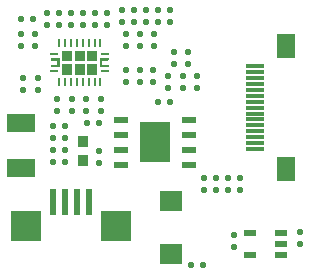
<source format=gbp>
G04*
G04 #@! TF.GenerationSoftware,Altium Limited,Altium Designer,20.0.2 (26)*
G04*
G04 Layer_Color=128*
%FSLAX25Y25*%
%MOIN*%
G70*
G01*
G75*
G04:AMPARAMS|DCode=28|XSize=20mil|YSize=20mil|CornerRadius=5mil|HoleSize=0mil|Usage=FLASHONLY|Rotation=180.000|XOffset=0mil|YOffset=0mil|HoleType=Round|Shape=RoundedRectangle|*
%AMROUNDEDRECTD28*
21,1,0.02000,0.01000,0,0,180.0*
21,1,0.01000,0.02000,0,0,180.0*
1,1,0.01000,-0.00500,0.00500*
1,1,0.01000,0.00500,0.00500*
1,1,0.01000,0.00500,-0.00500*
1,1,0.01000,-0.00500,-0.00500*
%
%ADD28ROUNDEDRECTD28*%
%ADD29R,0.03937X0.02362*%
%ADD30R,0.09843X0.13779*%
%ADD31R,0.04724X0.02362*%
%ADD32R,0.06299X0.07874*%
%ADD33R,0.05906X0.01181*%
G04:AMPARAMS|DCode=34|XSize=9.45mil|YSize=23.62mil|CornerRadius=1.98mil|HoleSize=0mil|Usage=FLASHONLY|Rotation=90.000|XOffset=0mil|YOffset=0mil|HoleType=Round|Shape=RoundedRectangle|*
%AMROUNDEDRECTD34*
21,1,0.00945,0.01965,0,0,90.0*
21,1,0.00548,0.02362,0,0,90.0*
1,1,0.00397,0.00983,0.00274*
1,1,0.00397,0.00983,-0.00274*
1,1,0.00397,-0.00983,-0.00274*
1,1,0.00397,-0.00983,0.00274*
%
%ADD34ROUNDEDRECTD34*%
G04:AMPARAMS|DCode=35|XSize=23.62mil|YSize=9.45mil|CornerRadius=1.98mil|HoleSize=0mil|Usage=FLASHONLY|Rotation=90.000|XOffset=0mil|YOffset=0mil|HoleType=Round|Shape=RoundedRectangle|*
%AMROUNDEDRECTD35*
21,1,0.02362,0.00548,0,0,90.0*
21,1,0.01965,0.00945,0,0,90.0*
1,1,0.00397,0.00274,0.00983*
1,1,0.00397,0.00274,-0.00983*
1,1,0.00397,-0.00274,-0.00983*
1,1,0.00397,-0.00274,0.00983*
%
%ADD35ROUNDEDRECTD35*%
%ADD37R,0.09354X0.06329*%
G04:AMPARAMS|DCode=38|XSize=20mil|YSize=20mil|CornerRadius=5mil|HoleSize=0mil|Usage=FLASHONLY|Rotation=270.000|XOffset=0mil|YOffset=0mil|HoleType=Round|Shape=RoundedRectangle|*
%AMROUNDEDRECTD38*
21,1,0.02000,0.01000,0,0,270.0*
21,1,0.01000,0.02000,0,0,270.0*
1,1,0.01000,-0.00500,-0.00500*
1,1,0.01000,-0.00500,0.00500*
1,1,0.01000,0.00500,0.00500*
1,1,0.01000,0.00500,-0.00500*
%
%ADD38ROUNDEDRECTD38*%
%ADD39R,0.03402X0.03175*%
%ADD40R,0.07559X0.06787*%
%ADD41R,0.02362X0.08661*%
%ADD42R,0.10236X0.10236*%
G36*
X-75760Y87894D02*
X-79106D01*
Y91516D01*
X-75760D01*
Y87894D01*
D02*
G37*
G36*
X-79894D02*
X-83240D01*
Y91516D01*
X-79894D01*
Y87894D01*
D02*
G37*
G36*
X-84028D02*
X-87374D01*
Y91516D01*
X-84028D01*
Y87894D01*
D02*
G37*
G36*
X-72108Y88976D02*
X-72097Y88975D01*
X-72087Y88974D01*
X-72077Y88972D01*
X-72067Y88970D01*
X-72057Y88967D01*
X-72048Y88963D01*
X-72038Y88959D01*
X-72029Y88955D01*
X-72020Y88950D01*
X-72011Y88945D01*
X-72002Y88939D01*
X-71994Y88933D01*
X-71986Y88926D01*
X-71979Y88919D01*
X-71972Y88911D01*
X-71965Y88903D01*
X-71959Y88895D01*
X-71953Y88887D01*
X-71948Y88878D01*
X-71943Y88869D01*
X-71938Y88860D01*
X-71934Y88850D01*
X-71931Y88840D01*
X-71928Y88831D01*
X-71926Y88820D01*
X-71924Y88810D01*
X-71922Y88800D01*
X-71921Y88790D01*
X-71921Y88779D01*
Y88386D01*
X-71921Y88376D01*
X-71922Y88365D01*
X-71924Y88355D01*
X-71926Y88345D01*
X-71928Y88335D01*
X-71931Y88325D01*
X-71934Y88315D01*
X-71938Y88306D01*
X-71943Y88297D01*
X-71948Y88287D01*
X-71953Y88279D01*
X-71959Y88270D01*
X-71965Y88262D01*
X-71972Y88254D01*
X-71979Y88247D01*
X-71986Y88240D01*
X-71994Y88233D01*
X-72002Y88227D01*
X-72011Y88221D01*
X-72020Y88215D01*
X-72029Y88210D01*
X-72038Y88206D01*
X-72048Y88202D01*
X-72057Y88199D01*
X-72067Y88196D01*
X-72077Y88193D01*
X-72087Y88191D01*
X-72097Y88190D01*
X-72108Y88189D01*
X-72118Y88189D01*
X-73988D01*
Y86811D01*
X-72118D01*
X-72108Y86811D01*
X-72097Y86810D01*
X-72087Y86809D01*
X-72077Y86807D01*
X-72067Y86804D01*
X-72057Y86801D01*
X-72048Y86798D01*
X-72038Y86794D01*
X-72029Y86790D01*
X-72020Y86785D01*
X-72011Y86779D01*
X-72002Y86773D01*
X-71994Y86767D01*
X-71986Y86760D01*
X-71979Y86753D01*
X-71972Y86746D01*
X-71965Y86738D01*
X-71959Y86730D01*
X-71953Y86721D01*
X-71948Y86713D01*
X-71943Y86703D01*
X-71938Y86694D01*
X-71934Y86685D01*
X-71931Y86675D01*
X-71928Y86665D01*
X-71926Y86655D01*
X-71924Y86645D01*
X-71922Y86635D01*
X-71921Y86624D01*
X-71921Y86614D01*
Y86221D01*
X-71921Y86210D01*
X-71922Y86200D01*
X-71924Y86190D01*
X-71926Y86180D01*
X-71928Y86169D01*
X-71931Y86160D01*
X-71934Y86150D01*
X-71938Y86140D01*
X-71943Y86131D01*
X-71948Y86122D01*
X-71953Y86113D01*
X-71959Y86105D01*
X-71965Y86097D01*
X-71972Y86089D01*
X-71979Y86081D01*
X-71986Y86074D01*
X-71994Y86067D01*
X-72002Y86061D01*
X-72011Y86055D01*
X-72020Y86050D01*
X-72029Y86045D01*
X-72038Y86041D01*
X-72048Y86037D01*
X-72057Y86033D01*
X-72067Y86030D01*
X-72077Y86028D01*
X-72087Y86026D01*
X-72097Y86025D01*
X-72108Y86024D01*
X-72118Y86024D01*
X-74972D01*
Y88976D01*
X-72118D01*
X-72108Y88976D01*
D02*
G37*
G36*
X-88161Y86024D02*
X-91016D01*
X-91026Y86024D01*
X-91036Y86025D01*
X-91047Y86026D01*
X-91057Y86028D01*
X-91067Y86030D01*
X-91077Y86033D01*
X-91086Y86037D01*
X-91096Y86041D01*
X-91105Y86045D01*
X-91114Y86050D01*
X-91123Y86055D01*
X-91131Y86061D01*
X-91140Y86067D01*
X-91148Y86074D01*
X-91155Y86081D01*
X-91162Y86089D01*
X-91169Y86097D01*
X-91175Y86105D01*
X-91181Y86113D01*
X-91186Y86122D01*
X-91191Y86131D01*
X-91196Y86140D01*
X-91199Y86150D01*
X-91203Y86160D01*
X-91206Y86169D01*
X-91208Y86180D01*
X-91210Y86190D01*
X-91211Y86200D01*
X-91212Y86210D01*
X-91213Y86221D01*
Y86614D01*
X-91212Y86624D01*
X-91211Y86635D01*
X-91210Y86645D01*
X-91208Y86655D01*
X-91206Y86665D01*
X-91203Y86675D01*
X-91199Y86685D01*
X-91196Y86694D01*
X-91191Y86703D01*
X-91186Y86713D01*
X-91181Y86721D01*
X-91175Y86730D01*
X-91169Y86738D01*
X-91162Y86746D01*
X-91155Y86753D01*
X-91148Y86760D01*
X-91140Y86767D01*
X-91131Y86773D01*
X-91123Y86779D01*
X-91114Y86785D01*
X-91105Y86790D01*
X-91096Y86794D01*
X-91086Y86798D01*
X-91077Y86801D01*
X-91067Y86804D01*
X-91057Y86807D01*
X-91047Y86809D01*
X-91036Y86810D01*
X-91026Y86811D01*
X-91016Y86811D01*
X-89146D01*
Y88189D01*
X-91016D01*
X-91026Y88189D01*
X-91036Y88190D01*
X-91047Y88191D01*
X-91057Y88193D01*
X-91067Y88196D01*
X-91077Y88199D01*
X-91086Y88202D01*
X-91096Y88206D01*
X-91105Y88210D01*
X-91114Y88215D01*
X-91123Y88221D01*
X-91131Y88227D01*
X-91140Y88233D01*
X-91148Y88240D01*
X-91155Y88247D01*
X-91162Y88254D01*
X-91169Y88262D01*
X-91175Y88270D01*
X-91181Y88279D01*
X-91186Y88287D01*
X-91191Y88297D01*
X-91196Y88306D01*
X-91199Y88315D01*
X-91203Y88325D01*
X-91206Y88335D01*
X-91208Y88345D01*
X-91210Y88355D01*
X-91211Y88365D01*
X-91212Y88376D01*
X-91213Y88386D01*
Y88779D01*
X-91212Y88790D01*
X-91211Y88800D01*
X-91210Y88810D01*
X-91208Y88820D01*
X-91206Y88831D01*
X-91203Y88840D01*
X-91199Y88850D01*
X-91196Y88860D01*
X-91191Y88869D01*
X-91186Y88878D01*
X-91181Y88887D01*
X-91175Y88895D01*
X-91169Y88903D01*
X-91162Y88911D01*
X-91155Y88919D01*
X-91148Y88926D01*
X-91140Y88933D01*
X-91131Y88939D01*
X-91123Y88945D01*
X-91114Y88950D01*
X-91105Y88955D01*
X-91096Y88959D01*
X-91086Y88963D01*
X-91077Y88967D01*
X-91067Y88970D01*
X-91057Y88972D01*
X-91047Y88974D01*
X-91036Y88975D01*
X-91026Y88976D01*
X-91016Y88976D01*
X-88161D01*
Y86024D01*
D02*
G37*
G36*
X-75760Y83484D02*
X-79106D01*
Y87106D01*
X-75760D01*
Y83484D01*
D02*
G37*
G36*
X-79894D02*
X-83240D01*
Y87106D01*
X-79894D01*
Y83484D01*
D02*
G37*
G36*
X-84028D02*
X-87374D01*
Y87106D01*
X-84028D01*
Y83484D01*
D02*
G37*
G36*
X-78728Y62705D02*
Y59555D01*
X-78925Y59358D01*
X-79823D01*
Y60815D01*
X-81122D01*
Y59358D01*
X-82075D01*
X-82272Y59555D01*
Y62705D01*
X-82075Y62902D01*
X-78925D01*
X-78728Y62705D01*
D02*
G37*
G36*
Y56406D02*
Y53295D01*
X-78925Y53098D01*
X-82075D01*
X-82272Y53295D01*
Y56406D01*
X-82075Y56602D01*
X-81122D01*
Y55106D01*
X-79823D01*
Y56602D01*
X-78925D01*
X-78728Y56406D01*
D02*
G37*
D28*
X-30000Y30000D02*
D03*
Y26000D02*
D03*
X-8000Y31000D02*
D03*
Y27000D02*
D03*
X-75000Y54000D02*
D03*
Y58000D02*
D03*
X-74500Y75500D02*
D03*
Y71500D02*
D03*
X-72500Y104000D02*
D03*
Y100000D02*
D03*
X-76500Y104000D02*
D03*
Y100000D02*
D03*
X-51500Y101000D02*
D03*
Y105000D02*
D03*
X-89000Y71500D02*
D03*
Y75500D02*
D03*
X-80500Y104000D02*
D03*
Y100000D02*
D03*
X-92500Y104000D02*
D03*
Y100000D02*
D03*
X-79500Y71500D02*
D03*
Y75500D02*
D03*
X-84000Y71500D02*
D03*
Y75500D02*
D03*
X-50000Y87000D02*
D03*
Y91000D02*
D03*
X-45500Y87000D02*
D03*
Y91000D02*
D03*
X-66300Y97000D02*
D03*
Y93000D02*
D03*
X-61500Y97000D02*
D03*
Y93000D02*
D03*
X-56700Y97000D02*
D03*
Y93000D02*
D03*
X-57000Y81000D02*
D03*
Y85000D02*
D03*
X-52000Y83000D02*
D03*
Y79000D02*
D03*
X-61500Y81000D02*
D03*
Y85000D02*
D03*
X-66000Y81000D02*
D03*
Y85000D02*
D03*
X-47000Y83000D02*
D03*
Y79000D02*
D03*
X-42500Y83000D02*
D03*
Y79000D02*
D03*
X-101000Y93000D02*
D03*
Y97000D02*
D03*
X-100567Y82500D02*
D03*
Y78500D02*
D03*
X-95567Y82500D02*
D03*
Y78500D02*
D03*
X-96500Y93000D02*
D03*
Y97000D02*
D03*
D29*
X-24736Y30739D02*
D03*
X-24736Y23259D02*
D03*
X-14500Y23260D02*
D03*
X-14500Y27000D02*
D03*
X-14500Y30740D02*
D03*
D30*
X-56500Y61000D02*
D03*
D31*
X-67950Y68500D02*
D03*
Y63500D02*
D03*
Y58500D02*
D03*
Y53500D02*
D03*
X-45050D02*
D03*
Y58500D02*
D03*
Y63500D02*
D03*
Y68500D02*
D03*
D32*
X-12722Y92972D02*
D03*
Y52029D02*
D03*
D33*
X-23277Y58720D02*
D03*
Y60688D02*
D03*
Y62657D02*
D03*
Y64625D02*
D03*
Y66594D02*
D03*
Y68562D02*
D03*
Y70531D02*
D03*
Y72499D02*
D03*
Y74469D02*
D03*
Y76436D02*
D03*
Y78405D02*
D03*
Y80373D02*
D03*
Y82342D02*
D03*
Y84310D02*
D03*
Y86279D02*
D03*
D34*
X-73102Y84547D02*
D03*
Y90453D02*
D03*
X-90031Y84547D02*
D03*
Y90453D02*
D03*
D35*
X-80583Y81004D02*
D03*
X-82551D02*
D03*
X-84520D02*
D03*
X-86488D02*
D03*
X-88457D02*
D03*
X-78614D02*
D03*
X-76646D02*
D03*
X-74677D02*
D03*
X-80583Y93996D02*
D03*
X-82551D02*
D03*
X-84520D02*
D03*
X-86488D02*
D03*
X-88457D02*
D03*
X-78614D02*
D03*
X-76646D02*
D03*
X-74677D02*
D03*
D37*
X-101000Y67525D02*
D03*
Y52475D02*
D03*
D38*
X-86500Y54500D02*
D03*
X-90500D02*
D03*
X-86500Y62500D02*
D03*
X-90500D02*
D03*
X-86500Y58500D02*
D03*
X-90500D02*
D03*
X-86500Y66500D02*
D03*
X-90500D02*
D03*
X-75000Y67500D02*
D03*
X-79000D02*
D03*
X-36000Y49000D02*
D03*
X-40000D02*
D03*
Y45000D02*
D03*
X-36000D02*
D03*
X-51500Y74500D02*
D03*
X-55500D02*
D03*
X-28000Y49000D02*
D03*
X-32000D02*
D03*
Y45000D02*
D03*
X-28000D02*
D03*
X-40500Y20000D02*
D03*
X-44500D02*
D03*
X-63500Y101000D02*
D03*
X-67500D02*
D03*
X-63500Y105000D02*
D03*
X-67500D02*
D03*
X-55500D02*
D03*
X-59500D02*
D03*
X-55500Y101000D02*
D03*
X-59500D02*
D03*
X-101000Y102000D02*
D03*
X-97000D02*
D03*
X-84500Y104000D02*
D03*
X-88500D02*
D03*
Y100000D02*
D03*
X-84500D02*
D03*
D39*
X-80500Y60966D02*
D03*
Y55035D02*
D03*
D40*
X-51000Y41272D02*
D03*
Y23728D02*
D03*
D41*
X-90405Y40937D02*
D03*
X-86468D02*
D03*
X-82531D02*
D03*
X-78594D02*
D03*
D42*
X-69539Y33063D02*
D03*
X-99461D02*
D03*
M02*

</source>
